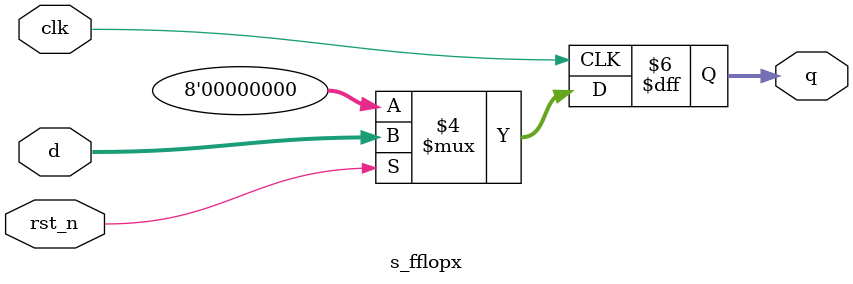
<source format=v>

module s_fflopx
    (
     clk,
     rst_n,
     d,
     q
     );

////////////////////////////////////////////////////////////////////////////////
// Parameter declarations
parameter           SIZE = 8;
parameter           RST_VAL = {SIZE{1'b0}};

////////////////////////////////////////////////////////////////////////////////
// Port declarations
input               clk;
input               rst_n;
input [SIZE-1:0]    d;
output [SIZE-1:0]   q;

////////////////////////////////////////////////////////////////////////////////
// Local logic and instantiation
reg [SIZE-1:0]      q;

always @(posedge clk)
    begin
    if (!rst_n) q <= RST_VAL;
    else        q <= d;
    end
    
endmodule 

</source>
